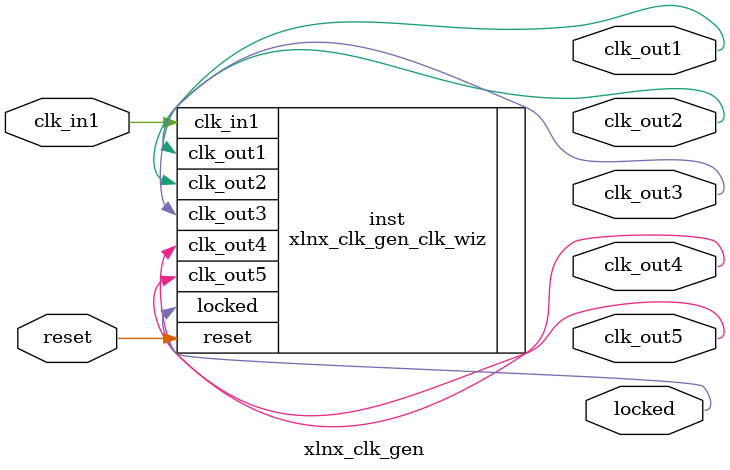
<source format=v>


`timescale 1ps/1ps

(* CORE_GENERATION_INFO = "xlnx_clk_gen,clk_wiz_v6_0_2_0_0,{component_name=xlnx_clk_gen,use_phase_alignment=true,use_min_o_jitter=false,use_max_i_jitter=false,use_dyn_phase_shift=false,use_inclk_switchover=false,use_dyn_reconfig=false,enable_axi=0,feedback_source=FDBK_AUTO,PRIMITIVE=MMCM,num_out_clk=5,clkin1_period=5.000,clkin2_period=10.0,use_power_down=false,use_reset=true,use_locked=true,use_inclk_stopped=false,feedback_type=SINGLE,CLOCK_MGR_TYPE=NA,manual_override=false}" *)

module xlnx_clk_gen 
 (
  // Clock out ports
  output        clk_out1,
  output        clk_out2,
  output        clk_out3,
  output        clk_out4,
  output        clk_out5,
  // Status and control signals
  input         reset,
  output        locked,
 // Clock in ports
  input         clk_in1
 );

  xlnx_clk_gen_clk_wiz inst
  (
  // Clock out ports  
  .clk_out1(clk_out1),
  .clk_out2(clk_out2),
  .clk_out3(clk_out3),
  .clk_out4(clk_out4),
  .clk_out5(clk_out5),
  // Status and control signals               
  .reset(reset), 
  .locked(locked),
 // Clock in ports
  .clk_in1(clk_in1)
  );

endmodule

</source>
